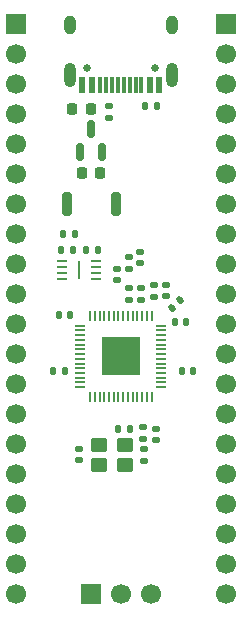
<source format=gbr>
%TF.GenerationSoftware,KiCad,Pcbnew,9.0.6*%
%TF.CreationDate,2025-12-04T10:49:31-05:00*%
%TF.ProjectId,Devboard,44657662-6f61-4726-942e-6b696361645f,rev?*%
%TF.SameCoordinates,Original*%
%TF.FileFunction,Soldermask,Top*%
%TF.FilePolarity,Negative*%
%FSLAX46Y46*%
G04 Gerber Fmt 4.6, Leading zero omitted, Abs format (unit mm)*
G04 Created by KiCad (PCBNEW 9.0.6) date 2025-12-04 10:49:31*
%MOMM*%
%LPD*%
G01*
G04 APERTURE LIST*
G04 Aperture macros list*
%AMRoundRect*
0 Rectangle with rounded corners*
0 $1 Rounding radius*
0 $2 $3 $4 $5 $6 $7 $8 $9 X,Y pos of 4 corners*
0 Add a 4 corners polygon primitive as box body*
4,1,4,$2,$3,$4,$5,$6,$7,$8,$9,$2,$3,0*
0 Add four circle primitives for the rounded corners*
1,1,$1+$1,$2,$3*
1,1,$1+$1,$4,$5*
1,1,$1+$1,$6,$7*
1,1,$1+$1,$8,$9*
0 Add four rect primitives between the rounded corners*
20,1,$1+$1,$2,$3,$4,$5,0*
20,1,$1+$1,$4,$5,$6,$7,0*
20,1,$1+$1,$6,$7,$8,$9,0*
20,1,$1+$1,$8,$9,$2,$3,0*%
G04 Aperture macros list end*
%ADD10RoundRect,0.135000X-0.185000X0.135000X-0.185000X-0.135000X0.185000X-0.135000X0.185000X0.135000X0*%
%ADD11RoundRect,0.150000X0.150000X-0.587500X0.150000X0.587500X-0.150000X0.587500X-0.150000X-0.587500X0*%
%ADD12RoundRect,0.225000X0.225000X0.250000X-0.225000X0.250000X-0.225000X-0.250000X0.225000X-0.250000X0*%
%ADD13RoundRect,0.140000X-0.170000X0.140000X-0.170000X-0.140000X0.170000X-0.140000X0.170000X0.140000X0*%
%ADD14RoundRect,0.135000X-0.135000X-0.185000X0.135000X-0.185000X0.135000X0.185000X-0.135000X0.185000X0*%
%ADD15RoundRect,0.062500X-0.387500X-0.062500X0.387500X-0.062500X0.387500X0.062500X-0.387500X0.062500X0*%
%ADD16R,0.200000X1.600000*%
%ADD17R,3.200000X3.200000*%
%ADD18RoundRect,0.050000X-0.050000X-0.387500X0.050000X-0.387500X0.050000X0.387500X-0.050000X0.387500X0*%
%ADD19RoundRect,0.050000X-0.387500X-0.050000X0.387500X-0.050000X0.387500X0.050000X-0.387500X0.050000X0*%
%ADD20RoundRect,0.250000X0.450000X0.350000X-0.450000X0.350000X-0.450000X-0.350000X0.450000X-0.350000X0*%
%ADD21RoundRect,0.200000X-0.200000X-0.800000X0.200000X-0.800000X0.200000X0.800000X-0.200000X0.800000X0*%
%ADD22RoundRect,0.135000X0.135000X0.185000X-0.135000X0.185000X-0.135000X-0.185000X0.135000X-0.185000X0*%
%ADD23RoundRect,0.135000X0.185000X-0.135000X0.185000X0.135000X-0.185000X0.135000X-0.185000X-0.135000X0*%
%ADD24R,1.700000X1.700000*%
%ADD25C,1.700000*%
%ADD26RoundRect,0.140000X-0.140000X-0.170000X0.140000X-0.170000X0.140000X0.170000X-0.140000X0.170000X0*%
%ADD27RoundRect,0.140000X0.170000X-0.140000X0.170000X0.140000X-0.170000X0.140000X-0.170000X-0.140000X0*%
%ADD28RoundRect,0.140000X0.140000X0.170000X-0.140000X0.170000X-0.140000X-0.170000X0.140000X-0.170000X0*%
%ADD29RoundRect,0.140000X0.021213X-0.219203X0.219203X-0.021213X-0.021213X0.219203X-0.219203X0.021213X0*%
%ADD30O,1.000000X1.600000*%
%ADD31O,1.000000X2.100000*%
%ADD32R,0.600000X1.450000*%
%ADD33R,0.300000X1.450000*%
%ADD34C,0.650000*%
G04 APERTURE END LIST*
D10*
%TO.C,R3*%
X79375000Y-82822500D03*
X79375000Y-81802500D03*
%TD*%
D11*
%TO.C,U2*%
X76185000Y-68385000D03*
X77135000Y-70260000D03*
X75235000Y-70260000D03*
%TD*%
D12*
%TO.C,C14*%
X76150000Y-66650000D03*
X74600000Y-66650000D03*
%TD*%
%TO.C,C13*%
X76950000Y-72100000D03*
X75400000Y-72100000D03*
%TD*%
D13*
%TO.C,C10*%
X81650000Y-94680000D03*
X81650000Y-93720000D03*
%TD*%
%TO.C,C9*%
X80600000Y-94555000D03*
X80600000Y-93595000D03*
%TD*%
D14*
%TO.C,R5*%
X79485000Y-93725000D03*
X78465000Y-93725000D03*
%TD*%
D15*
%TO.C,U3*%
X73725000Y-79550000D03*
X73725000Y-80050000D03*
X73725000Y-80550000D03*
X73725000Y-81050000D03*
X76575000Y-81050000D03*
X76575000Y-80550000D03*
X76575000Y-80050000D03*
X76575000Y-79550000D03*
D16*
X75150000Y-80300000D03*
%TD*%
D17*
%TO.C,U1*%
X78700000Y-87600000D03*
D18*
X76100000Y-84162500D03*
X76500000Y-84162500D03*
X76900000Y-84162500D03*
X77300000Y-84162500D03*
X77700000Y-84162500D03*
X78100000Y-84162500D03*
X78500000Y-84162500D03*
X78900000Y-84162500D03*
X79300000Y-84162500D03*
X79700000Y-84162500D03*
X80100000Y-84162500D03*
X80500000Y-84162500D03*
X80900000Y-84162500D03*
X81300000Y-84162500D03*
D19*
X82137500Y-85000000D03*
X82137500Y-85400000D03*
X82137500Y-85800000D03*
X82137500Y-86200000D03*
X82137500Y-86600000D03*
X82137500Y-87000000D03*
X82137500Y-87400000D03*
X82137500Y-87800000D03*
X82137500Y-88200000D03*
X82137500Y-88600000D03*
X82137500Y-89000000D03*
X82137500Y-89400000D03*
X82137500Y-89800000D03*
X82137500Y-90200000D03*
D18*
X81300000Y-91037500D03*
X80900000Y-91037500D03*
X80500000Y-91037500D03*
X80100000Y-91037500D03*
X79700000Y-91037500D03*
X79300000Y-91037500D03*
X78900000Y-91037500D03*
X78500000Y-91037500D03*
X78100000Y-91037500D03*
X77700000Y-91037500D03*
X77300000Y-91037500D03*
X76900000Y-91037500D03*
X76500000Y-91037500D03*
X76100000Y-91037500D03*
D19*
X75262500Y-90200000D03*
X75262500Y-89800000D03*
X75262500Y-89400000D03*
X75262500Y-89000000D03*
X75262500Y-88600000D03*
X75262500Y-88200000D03*
X75262500Y-87800000D03*
X75262500Y-87400000D03*
X75262500Y-87000000D03*
X75262500Y-86600000D03*
X75262500Y-86200000D03*
X75262500Y-85800000D03*
X75262500Y-85400000D03*
X75262500Y-85000000D03*
%TD*%
D20*
%TO.C,Y1*%
X79050000Y-95100000D03*
X76850000Y-95100000D03*
X76850000Y-96800000D03*
X79050000Y-96800000D03*
%TD*%
D21*
%TO.C,SW1*%
X74125000Y-74725000D03*
X78325000Y-74725000D03*
%TD*%
D22*
%TO.C,R7*%
X74660000Y-78550000D03*
X73640000Y-78550000D03*
%TD*%
%TO.C,R6*%
X74860000Y-77275000D03*
X73840000Y-77275000D03*
%TD*%
D23*
%TO.C,R2*%
X77675000Y-67410000D03*
X77675000Y-66390000D03*
%TD*%
D22*
%TO.C,R1*%
X81760000Y-66400000D03*
X80740000Y-66400000D03*
%TD*%
D24*
%TO.C,J4*%
X76160000Y-107690000D03*
D25*
X78700000Y-107690000D03*
X81240000Y-107690000D03*
%TD*%
D24*
%TO.C,J3*%
X87590000Y-59470000D03*
D25*
X87590000Y-62010000D03*
X87590000Y-64550000D03*
X87590000Y-67090000D03*
X87590000Y-69630000D03*
X87590000Y-72170000D03*
X87590000Y-74710000D03*
X87590000Y-77250000D03*
X87590000Y-79790000D03*
X87590000Y-82330000D03*
X87590000Y-84870000D03*
X87590000Y-87410000D03*
X87590000Y-89950000D03*
X87590000Y-92490000D03*
X87590000Y-95030000D03*
X87590000Y-97570000D03*
X87590000Y-100110000D03*
X87590000Y-102650000D03*
X87590000Y-105190000D03*
X87590000Y-107730000D03*
%TD*%
D24*
%TO.C,J2*%
X69810000Y-59470000D03*
D25*
X69810000Y-62010000D03*
X69810000Y-64550000D03*
X69810000Y-67090000D03*
X69810000Y-69630000D03*
X69810000Y-72170000D03*
X69810000Y-74710000D03*
X69810000Y-77250000D03*
X69810000Y-79790000D03*
X69810000Y-82330000D03*
X69810000Y-84870000D03*
X69810000Y-87410000D03*
X69810000Y-89950000D03*
X69810000Y-92490000D03*
X69810000Y-95030000D03*
X69810000Y-97570000D03*
X69810000Y-100110000D03*
X69810000Y-102650000D03*
X69810000Y-105190000D03*
X69810000Y-107730000D03*
%TD*%
D26*
%TO.C,C17*%
X83870000Y-88825000D03*
X84830000Y-88825000D03*
%TD*%
D13*
%TO.C,C16*%
X75200000Y-95420000D03*
X75200000Y-96380000D03*
%TD*%
D27*
%TO.C,C15*%
X80650000Y-96430000D03*
X80650000Y-95470000D03*
%TD*%
%TO.C,C12*%
X81475000Y-81570000D03*
X81475000Y-82530000D03*
%TD*%
%TO.C,C11*%
X78400000Y-81150000D03*
X78400000Y-80190000D03*
%TD*%
D28*
%TO.C,C8*%
X72995000Y-88850000D03*
X73955000Y-88850000D03*
%TD*%
D26*
%TO.C,C7*%
X83295000Y-84700000D03*
X84255000Y-84700000D03*
%TD*%
D27*
%TO.C,C6*%
X79425000Y-80155000D03*
X79425000Y-79195000D03*
%TD*%
D28*
%TO.C,C5*%
X74430000Y-84075000D03*
X73470000Y-84075000D03*
%TD*%
D27*
%TO.C,C4*%
X82500000Y-82475000D03*
X82500000Y-81515000D03*
%TD*%
%TO.C,C3*%
X80350000Y-79705000D03*
X80350000Y-78745000D03*
%TD*%
D28*
%TO.C,C2*%
X76755000Y-78550000D03*
X75795000Y-78550000D03*
%TD*%
D29*
%TO.C,C1*%
X83035589Y-83489411D03*
X83714411Y-82810589D03*
%TD*%
D30*
%TO.C,J1*%
X74380000Y-59550000D03*
D31*
X74380000Y-63730000D03*
D30*
X83020000Y-59550000D03*
D31*
X83020000Y-63730000D03*
D32*
X81950000Y-64645000D03*
X81150000Y-64645000D03*
D33*
X80450000Y-64645000D03*
X79450000Y-64645000D03*
X77950000Y-64645000D03*
X76950000Y-64645000D03*
D32*
X76250000Y-64645000D03*
X75450000Y-64645000D03*
X75450000Y-64645000D03*
X76250000Y-64645000D03*
D33*
X77450000Y-64645000D03*
X78450000Y-64645000D03*
X78950000Y-64645000D03*
X79950000Y-64645000D03*
D32*
X81150000Y-64645000D03*
X81950000Y-64645000D03*
D34*
X75810000Y-63200000D03*
X81590000Y-63200000D03*
%TD*%
D23*
%TO.C,R4*%
X80425000Y-82822500D03*
X80425000Y-81802500D03*
%TD*%
M02*

</source>
